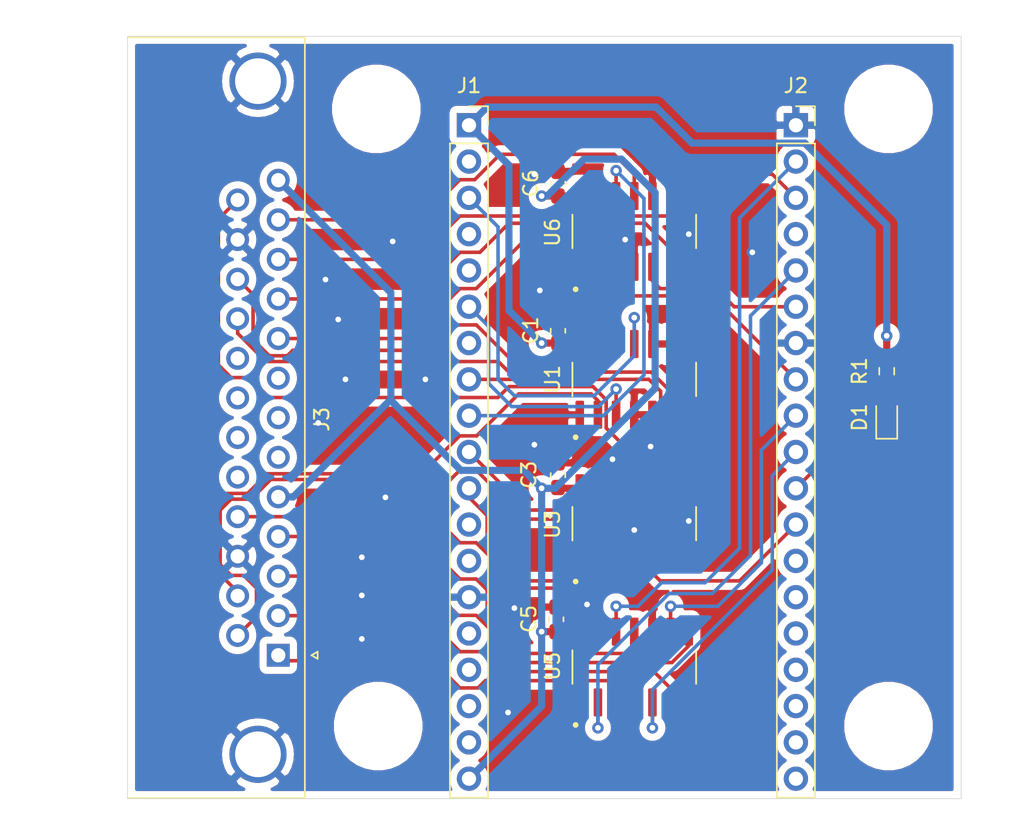
<source format=kicad_pcb>
(kicad_pcb (version 20211014) (generator pcbnew)
  (layers (0 "F.Cu" signal) (31 "B.Cu" signal) (34 "B.Paste" user) (35 "F.Paste" user) (36 "B.SilkS" user "B.Silkscreen") (37 "F.SilkS" user "F.Silkscreen") (38 "B.Mask" user) (39 "F.Mask" user) (44 "Edge.Cuts" user))
  (net 0 "")
  (net 1 "GND")
  (net 2 "+3V3")
  (net 3 "+5V")
  (net 4 "Net-(J1-Pad2)")
  (net 5 "IO36")
  (net 6 "Net-(J1-Pad4)")
  (net 7 "Net-(J1-Pad5)")
  (net 8 "IO35")
  (net 9 "IO33")
  (net 10 "IO25")
  (net 11 "IO26")
  (net 12 "IO27")
  (net 13 "Net-(J1-Pad12)")
  (net 14 "Net-(J1-Pad13)")
  (net 15 "Net-(J1-Pad15)")
  (net 16 "Net-(J1-Pad16)")
  (net 17 "Net-(J1-Pad17)")
  (net 18 "Net-(J1-Pad18)")
  (net 19 "Net-(J2-Pad19)")
  (net 20 "Net-(J2-Pad18)")
  (net 21 "Net-(J2-Pad17)")
  (net 22 "Net-(J2-Pad16)")
  (net 23 "Net-(J2-Pad15)")
  (net 24 "Net-(J2-Pad14)")
  (net 25 "Net-(J2-Pad13)")
  (net 26 "IO16")
  (net 27 "IO5")
  (net 28 "IO18")
  (net 29 "IO19")
  (net 30 "IO21")
  (net 31 "IO3")
  (net 32 "IO22")
  (net 33 "IO23")
  (net 34 "U1")
  (net 35 "D1")
  (net 36 "L1")
  (net 37 "R1")
  (net 38 "TL1")
  (net 39 "TH1")
  (net 40 "TR1")
  (net 41 "TR2")
  (net 42 "TH2")
  (net 43 "TL2")
  (net 44 "R2")
  (net 45 "L2")
  (net 46 "D2")
  (net 47 "U2")
  (net 48 "Net-(U1-Pad8)")
  (net 49 "Net-(U1-Pad6)")
  (net 50 "Net-(J1-Pad7)")
  (net 51 "Net-(J2-Pad4)")
  (net 52 "Net-(J3-Pad6)")
  (net 53 "Net-(J3-Pad7)")
  (net 54 "Net-(J3-Pad8)")
  (net 55 "Net-(J3-Pad18)")
  (net 56 "Net-(J3-Pad19)")
  (net 57 "Net-(J3-Pad20)")
  (net 58 "Net-(J3-Pad21)")
  (net 59 "IO17")
  (footprint "SN74AHCT125DR:SOIC127P600X175-14N" (layer "F.Cu") (at 157.607 81.28 90)
    (fp_text reference "U1" (at 0 -5.715 90) (layer "F.SilkS"))
    (fp_text value "SN74AHCT125DR")
    (fp_line (start -1.17 -4.325) (end 1.17 -4.325) (layer "F.SilkS") (width 0.127))
    (fp_line (start -1.17 4.325) (end 1.17 4.325) (layer "F.SilkS") (width 0.127))
    (fp_circle (center -4.05 -4.1) (end -3.95 -4.1) (layer "F.SilkS") (width 0.2) (fill none))
    (pad "1" smd roundrect locked (at -2.475 -3.81 90) (size 1.97 0.6) (layers "F.Cu" "F.Paste" "F.Mask") (roundrect_rratio 0.15) (net 1 "GND"))
    (pad "2" smd roundrect locked (at -2.475 -2.54 90) (size 1.97 0.6) (layers "F.Cu" "F.Paste" "F.Mask") (roundrect_rratio 0.15) (net 39 "TH1"))
    (pad "3" smd roundrect locked (at -2.475 -1.27 90) (size 1.97 0.6) (layers "F.Cu" "F.Paste" "F.Mask") (roundrect_rratio 0.15) (net 8 "IO35"))
    (pad "4" smd roundrect locked (at -2.475 0 90) (size 1.97 0.6) (layers "F.Cu" "F.Paste" "F.Mask") (roundrect_rratio 0.15) (net 1 "GND"))
    (pad "5" smd roundrect locked (at -2.475 1.27 90) (size 1.97 0.6) (layers "F.Cu" "F.Paste" "F.Mask") (roundrect_rratio 0.15) (net 1 "GND"))
    (pad "6" smd roundrect locked (at -2.475 2.54 90) (size 1.97 0.6) (layers "F.Cu" "F.Paste" "F.Mask") (roundrect_rratio 0.15) (net 49 "Net-(U1-Pad6)"))
    (pad "7" smd roundrect locked (at -2.475 3.81 90) (size 1.97 0.6) (layers "F.Cu" "F.Paste" "F.Mask") (roundrect_rratio 0.15) (net 1 "GND"))
    (pad "8" smd roundrect locked (at 2.475 3.81 90) (size 1.97 0.6) (layers "F.Cu" "F.Paste" "F.Mask") (roundrect_rratio 0.15) (net 48 "Net-(U1-Pad8)"))
    (pad "9" smd roundrect locked (at 2.475 2.54 90) (size 1.97 0.6) (layers "F.Cu" "F.Paste" "F.Mask") (roundrect_rratio 0.15) (net 1 "GND"))
    (pad "10" smd roundrect locked (at 2.475 1.27 90) (size 1.97 0.6) (layers "F.Cu" "F.Paste" "F.Mask") (roundrect_rratio 0.15) (net 1 "GND"))
    (pad "11" smd roundrect locked (at 2.475 0 90) (size 1.97 0.6) (layers "F.Cu" "F.Paste" "F.Mask") (roundrect_rratio 0.15) (net 5 "IO36"))
    (pad "12" smd roundrect locked (at 2.475 -1.27 90) (size 1.97 0.6) (layers "F.Cu" "F.Paste" "F.Mask") (roundrect_rratio 0.15) (net 42 "TH2"))
    (pad "13" smd roundrect locked (at 2.475 -2.54 90) (size 1.97 0.6) (layers "F.Cu" "F.Paste" "F.Mask") (roundrect_rratio 0.15) (net 1 "GND"))
    (pad "14" smd roundrect locked (at 2.475 -3.81 90) (size 1.97 0.6) (layers "F.Cu" "F.Paste" "F.Mask") (roundrect_rratio 0.15) (net 2 "+3V3"))
  )
  (footprint "SN74AHCT125DR:SOIC127P600X175-14N" (layer "F.Cu") (at 157.607 91.375 90)
    (fp_text reference "U3" (at -0.065 -5.715 90) (layer "F.SilkS"))
    (fp_text value "SN74AHCT125DR")
    (fp_line (start -1.17 -4.325) (end 1.17 -4.325) (layer "F.SilkS") (width 0.127))
    (fp_line (start -1.17 4.325) (end 1.17 4.325) (layer "F.SilkS") (width 0.127))
    (fp_circle (center -4.05 -4.1) (end -3.95 -4.1) (layer "F.SilkS") (width 0.2) (fill none))
    (pad "1" smd roundrect locked (at -2.475 -3.81 90) (size 1.97 0.6) (layers "F.Cu" "F.Paste" "F.Mask") (roundrect_rratio 0.15) (net 1 "GND"))
    (pad "2" smd roundrect locked (at -2.475 -2.54 90) (size 1.97 0.6) (layers "F.Cu" "F.Paste" "F.Mask") (roundrect_rratio 0.15) (net 12 "IO27"))
    (pad "3" smd roundrect locked (at -2.475 -1.27 90) (size 1.97 0.6) (layers "F.Cu" "F.Paste" "F.Mask") (roundrect_rratio 0.15) (net 40 "TR1"))
    (pad "4" smd roundrect locked (at -2.475 0 90) (size 1.97 0.6) (layers "F.Cu" "F.Paste" "F.Mask") (roundrect_rratio 0.15) (net 1 "GND"))
    (pad "5" smd roundrect locked (at -2.475 1.27 90) (size 1.97 0.6) (layers "F.Cu" "F.Paste" "F.Mask") (roundrect_rratio 0.15) (net 26 "IO16"))
    (pad "6" smd roundrect locked (at -2.475 2.54 90) (size 1.97 0.6) (layers "F.Cu" "F.Paste" "F.Mask") (roundrect_rratio 0.15) (net 41 "TR2"))
    (pad "7" smd roundrect locked (at -2.475 3.81 90) (size 1.97 0.6) (layers "F.Cu" "F.Paste" "F.Mask") (roundrect_rratio 0.15) (net 1 "GND"))
    (pad "8" smd roundrect locked (at 2.475 3.81 90) (size 1.97 0.6) (layers "F.Cu" "F.Paste" "F.Mask") (roundrect_rratio 0.15) (net 43 "TL2"))
    (pad "9" smd roundrect locked (at 2.475 2.54 90) (size 1.97 0.6) (layers "F.Cu" "F.Paste" "F.Mask") (roundrect_rratio 0.15) (net 9 "IO33"))
    (pad "10" smd roundrect locked (at 2.475 1.27 90) (size 1.97 0.6) (layers "F.Cu" "F.Paste" "F.Mask") (roundrect_rratio 0.15) (net 1 "GND"))
    (pad "11" smd roundrect locked (at 2.475 0 90) (size 1.97 0.6) (layers "F.Cu" "F.Paste" "F.Mask") (roundrect_rratio 0.15) (net 38 "TL1"))
    (pad "12" smd roundrect locked (at 2.475 -1.27 90) (size 1.97 0.6) (layers "F.Cu" "F.Paste" "F.Mask") (roundrect_rratio 0.15) (net 11 "IO26"))
    (pad "13" smd roundrect locked (at 2.475 -2.54 90) (size 1.97 0.6) (layers "F.Cu" "F.Paste" "F.Mask") (roundrect_rratio 0.15) (net 1 "GND"))
    (pad "14" smd roundrect locked (at 2.475 -3.81 90) (size 1.97 0.6) (layers "F.Cu" "F.Paste" "F.Mask") (roundrect_rratio 0.15) (net 3 "+5V"))
  )
  (footprint "SN74AHCT125DR:SOIC127P600X175-14N" (layer "F.Cu") (at 157.607 101.408 90)
    (fp_text reference "U5" (at 0.062 -5.715 90) (layer "F.SilkS"))
    (fp_text value "SN74AHCT125DR")
    (fp_line (start -1.17 4.325) (end 1.17 4.325) (layer "F.SilkS") (width 0.127))
    (fp_line (start -1.17 -4.325) (end 1.17 -4.325) (layer "F.SilkS") (width 0.127))
    (fp_circle (center -4.05 -4.1) (end -3.95 -4.1) (layer "F.SilkS") (width 0.2) (fill none))
    (pad "1" smd roundrect locked (at -2.475 -3.81 90) (size 1.97 0.6) (layers "F.Cu" "F.Paste" "F.Mask") (roundrect_rratio 0.15) (net 1 "GND"))
    (pad "2" smd roundrect locked (at -2.475 -2.54 90) (size 1.97 0.6) (layers "F.Cu" "F.Paste" "F.Mask") (roundrect_rratio 0.15) (net 31 "IO3"))
    (pad "3" smd roundrect locked (at -2.475 -1.27 90) (size 1.97 0.6) (layers "F.Cu" "F.Paste" "F.Mask") (roundrect_rratio 0.15) (net 34 "U1"))
    (pad "4" smd roundrect locked (at -2.475 0 90) (size 1.97 0.6) (layers "F.Cu" "F.Paste" "F.Mask") (roundrect_rratio 0.15) (net 1 "GND"))
    (pad "5" smd roundrect locked (at -2.475 1.27 90) (size 1.97 0.6) (layers "F.Cu" "F.Paste" "F.Mask") (roundrect_rratio 0.15) (net 27 "IO5"))
    (pad "6" smd roundrect locked (at -2.475 2.54 90) (size 1.97 0.6) (layers "F.Cu" "F.Paste" "F.Mask") (roundrect_rratio 0.15) (net 35 "D1"))
    (pad "7" smd roundrect locked (at -2.475 3.81 90) (size 1.97 0.6) (layers "F.Cu" "F.Paste" "F.Mask") (roundrect_rratio 0.15) (net 1 "GND"))
    (pad "8" smd roundrect locked (at 2.475 3.81 90) (size 1.97 0.6) (layers "F.Cu" "F.Paste" "F.Mask") (roundrect_rratio 0.15) (net 36 "L1"))
    (pad "9" smd roundrect locked (at 2.475 2.54 90) (size 1.97 0.6) (layers "F.Cu" "F.Paste" "F.Mask") (roundrect_rratio 0.15) (net 28 "IO18"))
    (pad "10" smd roundrect locked (at 2.475 1.27 90) (size 1.97 0.6) (layers "F.Cu" "F.Paste" "F.Mask") (roundrect_rratio 0.15) (net 1 "GND"))
    (pad "11" smd roundrect locked (at 2.475 0 90) (size 1.97 0.6) (layers "F.Cu" "F.Paste" "F.Mask") (roundrect_rratio 0.15) (net 37 "R1"))
    (pad "12" smd roundrect locked (at 2.475 -1.27 90) (size 1.97 0.6) (layers "F.Cu" "F.Paste" "F.Mask") (roundrect_rratio 0.15) (net 33 "IO23"))
    (pad "13" smd roundrect locked (at 2.475 -2.54 90) (size 1.97 0.6) (layers "F.Cu" "F.Paste" "F.Mask") (roundrect_rratio 0.15) (net 1 "GND"))
    (pad "14" smd roundrect locked (at 2.475 -3.81 90) (size 1.97 0.6) (layers "F.Cu" "F.Paste" "F.Mask") (roundrect_rratio 0.15) (net 3 "+5V"))
  )
  (footprint "SN74AHCT125DR:SOIC127P600X175-14N" (layer "F.Cu") (at 157.607 70.928 90)
    (fp_text reference "U6" (at -0.065 -5.715 90) (layer "F.SilkS"))
    (fp_text value "SN74AHCT125DR")
    (fp_line (start -1.17 4.325) (end 1.17 4.325) (layer "F.SilkS") (width 0.127))
    (fp_line (start -1.17 -4.325) (end 1.17 -4.325) (layer "F.SilkS") (width 0.127))
    (fp_circle (center -4.05 -4.1) (end -3.95 -4.1) (layer "F.SilkS") (width 0.2) (fill none))
    (pad "1" smd roundrect locked (at -2.475 -3.81 90) (size 1.97 0.6) (layers "F.Cu" "F.Paste" "F.Mask") (roundrect_rratio 0.15) (net 1 "GND"))
    (pad "2" smd roundrect locked (at -2.475 -2.54 90) (size 1.97 0.6) (layers "F.Cu" "F.Paste" "F.Mask") (roundrect_rratio 0.15) (net 29 "IO19"))
    (pad "3" smd roundrect locked (at -2.475 -1.27 90) (size 1.97 0.6) (layers "F.Cu" "F.Paste" "F.Mask") (roundrect_rratio 0.15) (net 47 "U2"))
    (pad "4" smd roundrect locked (at -2.475 0 90) (size 1.97 0.6) (layers "F.Cu" "F.Paste" "F.Mask") (roundrect_rratio 0.15) (net 1 "GND"))
    (pad "5" smd roundrect locked (at -2.475 1.27 90) (size 1.97 0.6) (layers "F.Cu" "F.Paste" "F.Mask") (roundrect_rratio 0.15) (net 30 "IO21"))
    (pad "6" smd roundrect locked (at -2.475 2.54 90) (size 1.97 0.6) (layers "F.Cu" "F.Paste" "F.Mask") (roundrect_rratio 0.15) (net 46 "D2"))
    (pad "7" smd roundrect locked (at -2.475 3.81 90) (size 1.97 0.6) (layers "F.Cu" "F.Paste" "F.Mask") (roundrect_rratio 0.15) (net 1 "GND"))
    (pad "8" smd roundrect locked (at 2.475 3.81 90) (size 1.97 0.6) (layers "F.Cu" "F.Paste" "F.Mask") (roundrect_rratio 0.15) (net 45 "L2"))
    (pad "9" smd roundrect locked (at 2.475 2.54 90) (size 1.97 0.6) (layers "F.Cu" "F.Paste" "F.Mask") (roundrect_rratio 0.15) (net 32 "IO22"))
    (pad "10" smd roundrect locked (at 2.475 1.27 90) (size 1.97 0.6) (layers "F.Cu" "F.Paste" "F.Mask") (roundrect_rratio 0.15) (net 1 "GND"))
    (pad "11" smd roundrect locked (at 2.475 0 90) (size 1.97 0.6) (layers "F.Cu" "F.Paste" "F.Mask") (roundrect_rratio 0.15) (net 44 "R2"))
    (pad "12" smd roundrect locked (at 2.475 -1.27 90) (size 1.97 0.6) (layers "F.Cu" "F.Paste" "F.Mask") (roundrect_rratio 0.15) (net 10 "IO25"))
    (pad "13" smd roundrect locked (at 2.475 -2.54 90) (size 1.97 0.6) (layers "F.Cu" "F.Paste" "F.Mask") (roundrect_rratio 0.15) (net 1 "GND"))
    (pad "14" smd roundrect locked (at 2.475 -3.81 90) (size 1.97 0.6) (layers "F.Cu" "F.Paste" "F.Mask") (roundrect_rratio 0.15) (net 3 "+5V"))
  )
  (footprint "Connector_Dsub:DSUB-25_Female_Horizontal_P2.77x2.84mm_EdgePinOffset7.70mm_Housed_MountingHolesOffset9.12mm" (layer "F.Cu") (at 132.715 100.584 -90)
    (fp_text reference "J3" (at -16.51 -3.048 90) (layer "F.SilkS"))
    (fp_text value "DB25_Female_MountingHoles")
    (fp_line (start -0.25 -2.754338) (end 0.25 -2.754338) (layer "F.SilkS") (width 0.12))
    (fp_line (start -43.23 10.48) (end -43.23 -1.86) (layer "F.SilkS") (width 0.12))
    (fp_line (start 9.99 -1.86) (end 9.99 10.48) (layer "F.SilkS") (width 0.12))
    (fp_line (start 0.25 -2.754338) (end 0 -2.321325) (layer "F.SilkS") (width 0.12))
    (fp_line (start 0 -2.321325) (end -0.25 -2.754338) (layer "F.SilkS") (width 0.12))
    (fp_line (start -43.23 -1.86) (end 9.99 -1.86) (layer "F.SilkS") (width 0.12))
    (pad "0" thru_hole circle locked (at 6.93 1.42 270) (size 4 4) (drill 3.2) (layers *.Cu *.Mask) (net 1 "GND"))
    (pad "0" thru_hole circle locked (at -40.17 1.42 270) (size 4 4) (drill 3.2) (layers *.Cu *.Mask) (net 1 "GND"))
    (pad "1" thru_hole rect locked (at 0 0 270) (size 1.6 1.6) (drill 1) (layers *.Cu *.Mask) (net 34 "U1"))
    (pad "2" thru_hole circle locked (at -2.77 0 270) (size 1.6 1.6) (drill 1) (layers *.Cu *.Mask) (net 35 "D1"))
    (pad "3" thru_hole circle locked (at -5.54 0 270) (size 1.6 1.6) (drill 1) (layers *.Cu *.Mask) (net 36 "L1"))
    (pad "4" thru_hole circle locked (at -8.31 0 270) (size 1.6 1.6) (drill 1) (layers *.Cu *.Mask) (net 37 "R1"))
    (pad "5" thru_hole circle locked (at -11.08 0 270) (size 1.6 1.6) (drill 1) (layers *.Cu *.Mask) (net 3 "+5V"))
    (pad "6" thru_hole circle locked (at -13.85 0 270) (size 1.6 1.6) (drill 1) (layers *.Cu *.Mask) (net 52 "Net-(J3-Pad6)"))
    (pad "7" thru_hole circle locked (at -16.62 0 270) (size 1.6 1.6) (drill 1) (layers *.Cu *.Mask) (net 53 "Net-(J3-Pad7)"))
    (pad "8" thru_hole circle locked (at -19.39 0 270) (size 1.6 1.6) (drill 1) (layers *.Cu *.Mask) (net 54 "Net-(J3-Pad8)"))
    (pad "9" thru_hole circle locked (at -22.16 0 270) (size 1.6 1.6) (drill 1) (layers *.Cu *.Mask) (net 47 "U2"))
    (pad "10" thru_hole circle locked (at -24.93 0 270) (size 1.6 1.6) (drill 1) (layers *.Cu *.Mask) (net 46 "D2"))
    (pad "11" thru_hole circle locked (at -27.7 0 270) (size 1.6 1.6) (drill 1) (layers *.Cu *.Mask) (net 45 "L2"))
    (pad "12" thru_hole circle locked (at -30.47 0 270) (size 1.6 1.6) (drill 1) (layers *.Cu *.Mask) (net 44 "R2"))
    (pad "13" thru_hole circle locked (at -33.24 0 270) (size 1.6 1.6) (drill 1) (layers *.Cu *.Mask) (net 3 "+5V"))
    (pad "14" thru_hole circle locked (at -1.385 2.84 270) (size 1.6 1.6) (drill 1) (layers *.Cu *.Mask) (net 38 "TL1"))
    (pad "15" thru_hole circle locked (at -4.155 2.84 270) (size 1.6 1.6) (drill 1) (layers *.Cu *.Mask) (net 39 "TH1"))
    (pad "16" thru_hole circle locked (at -6.925 2.84 270) (size 1.6 1.6) (drill 1) (layers *.Cu *.Mask) (net 1 "GND"))
    (pad "17" thru_hole circle locked (at -9.695 2.84 270) (size 1.6 1.6) (drill 1) (layers *.Cu *.Mask) (net 40 "TR1"))
    (pad "18" thru_hole circle locked (at -12.465 2.84 270) (size 1.6 1.6) (drill 1) (layers *.Cu *.Mask) (net 55 "Net-(J3-Pad18)"))
    (pad "19" thru_hole circle locked (at -15.235 2.84 270) (size 1.6 1.6) (drill 1) (layers *.Cu *.Mask) (net 56 "Net-(J3-Pad19)"))
    (pad "20" thru_hole circle locked (at -18.005 2.84 270) (size 1.6 1.6) (drill 1) (layers *.Cu *.Mask) (net 57 "Net-(J3-Pad20)"))
    (pad "21" thru_hole circle locked (at -20.775 2.84 270) (size 1.6 1.6) (drill 1) (layers *.Cu *.Mask) (net 58 "Net-(J3-Pad21)"))
    (pad "22" thru_hole circle locked (at -23.545 2.84 270) (size 1.6 1.6) (drill 1) (layers *.Cu *.Mask) (net 43 "TL2"))
    (pad "23" thru_hole circle locked (at -26.315 2.84 270) (size 1.6 1.6) (drill 1) (layers *.Cu *.Mask) (net 42 "TH2"))
    (pad "24" thru_hole circle locked (at -29.085 2.84 270) (size 1.6 1.6) (drill 1) (layers *.Cu *.Mask) (net 1 "GND"))
    (pad "25" thru_hole circle locked (at -31.855 2.84 270) (size 1.6 1.6) (drill 1) (layers *.Cu *.Mask) (net 41 "TR2"))
  )
  (footprint "Capacitor_SMD:C_0603_1608Metric_Pad1.08x0.95mm_HandSolder" (layer "F.Cu") (at 152.273 77.8775 -90)
    (fp_text reference "C1" (at -0.0265 1.905 90) (layer "F.SilkS"))
    (fp_text value ".1u")
    (fp_line (start -0.146267 -0.51) (end 0.146267 -0.51) (layer "F.SilkS") (width 0.12))
    (fp_line (start -0.146267 0.51) (end 0.146267 0.51) (layer "F.SilkS") (width 0.12))
    (pad "1" smd roundrect locked (at -0.8625 0 270) (size 1.075 0.95) (layers "F.Cu" "F.Paste" "F.Mask") (net 1 "GND"))
    (pad "2" smd roundrect locked (at 0.8625 0 270) (size 1.075 0.95) (layers "F.Cu" "F.Paste" "F.Mask") (net 2 "+3V3"))
  )
  (footprint "Capacitor_SMD:C_0603_1608Metric_Pad1.08x0.95mm_HandSolder" (layer "F.Cu") (at 152.273 87.9845 -90)
    (fp_text reference "C3" (at -0.0265 2.032 90) (layer "F.SilkS"))
    (fp_text value ".1u")
    (fp_line (start -0.146267 -0.51) (end 0.146267 -0.51) (layer "F.SilkS") (width 0.12))
    (fp_line (start -0.146267 0.51) (end 0.146267 0.51) (layer "F.SilkS") (width 0.12))
    (pad "1" smd roundrect locked (at -0.8625 0 270) (size 1.075 0.95) (layers "F.Cu" "F.Paste" "F.Mask") (net 1 "GND"))
    (pad "2" smd roundrect locked (at 0.8625 0 270) (size 1.075 0.95) (layers "F.Cu" "F.Paste" "F.Mask") (net 3 "+5V"))
  )
  (footprint "Capacitor_SMD:C_0603_1608Metric_Pad1.08x0.95mm_HandSolder" (layer "F.Cu") (at 152.146 98.0705 -90)
    (fp_text reference "C5" (at -0.0265 1.905 90) (layer "F.SilkS"))
    (fp_text value ".1u")
    (fp_line (start -0.146267 0.51) (end 0.146267 0.51) (layer "F.SilkS") (width 0.12))
    (fp_line (start -0.146267 -0.51) (end 0.146267 -0.51) (layer "F.SilkS") (width 0.12))
    (pad "1" smd roundrect locked (at -0.8625 0 270) (size 1.075 0.95) (layers "F.Cu" "F.Paste" "F.Mask") (net 1 "GND"))
    (pad "2" smd roundrect locked (at 0.8625 0 270) (size 1.075 0.95) (layers "F.Cu" "F.Paste" "F.Mask") (net 3 "+5V"))
  )
  (footprint "Capacitor_SMD:C_0603_1608Metric_Pad1.08x0.95mm_HandSolder" (layer "F.Cu") (at 152.273 67.5905 -90)
    (fp_text reference "C6" (at -0.0265 1.905 90) (layer "F.SilkS"))
    (fp_text value ".1u")
    (fp_line (start -0.146267 -0.51) (end 0.146267 -0.51) (layer "F.SilkS") (width 0.12))
    (fp_line (start -0.146267 0.51) (end 0.146267 0.51) (layer "F.SilkS") (width 0.12))
    (pad "1" smd roundrect locked (at -0.8625 0 270) (size 1.075 0.95) (layers "F.Cu" "F.Paste" "F.Mask") (net 1 "GND"))
    (pad "2" smd roundrect locked (at 0.8625 0 270) (size 1.075 0.95) (layers "F.Cu" "F.Paste" "F.Mask") (net 3 "+5V"))
  )
  (footprint "MountingHole:MountingHole_2.2mm_M2" (layer "F.Cu") (at 175.387 105.537)
    (fp_text reference "REF**" hide)
    (fp_text value "MountingHole_2.2mm_M2")
    (pad "" np_thru_hole circle locked (at 0 0) (size 2.2 2.2) (drill 2.2) (layers *.Cu *.Mask))
  )
  (footprint "MountingHole:MountingHole_2.2mm_M2" (layer "F.Cu") (at 139.7 105.537)
    (fp_text reference "REF**" hide)
    (fp_text value "MountingHole_2.2mm_M2")
    (pad "" np_thru_hole circle locked (at 0 0) (size 2.2 2.2) (drill 2.2) (layers *.Cu *.Mask))
  )
  (footprint "MountingHole:MountingHole_2.2mm_M2" (layer "F.Cu") (at 175.387 62.357)
    (fp_text reference "REF**" hide)
    (fp_text value "MountingHole_2.2mm_M2")
    (pad "" np_thru_hole circle locked (at 0 0) (size 2.2 2.2) (drill 2.2) (layers *.Cu *.Mask))
  )
  (footprint "Connector_PinSocket_2.54mm:PinSocket_1x19_P2.54mm_Vertical" (layer "F.Cu") (at 146.05 63.5)
    (fp_text reference "J1" (at 0 -2.77) (layer "F.SilkS"))
    (fp_text value "Conn_01x19_Female")
    (fp_line (start 1.33 1.27) (end 1.33 47.05) (layer "F.SilkS") (width 0.12))
    (fp_line (start -1.33 47.05) (end 1.33 47.05) (layer "F.SilkS") (width 0.12))
    (fp_line (start 0 -1.33) (end 1.33 -1.33) (layer "F.SilkS") (width 0.12))
    (fp_line (start -1.33 1.27) (end -1.33 47.05) (layer "F.SilkS") (width 0.12))
    (fp_line (start 1.33 -1.33) (end 1.33 0) (layer "F.SilkS") (width 0.12))
    (fp_line (start -1.33 1.27) (end 1.33 1.27) (layer "F.SilkS") (width 0.12))
    (pad "1" thru_hole rect locked (at 0 0) (size 1.7 1.7) (drill 1) (layers *.Cu *.Mask) (net 2 "+3V3"))
    (pad "2" thru_hole oval locked (at 0 2.54) (size 1.7 1.7) (drill 1) (layers *.Cu *.Mask) (net 4 "Net-(J1-Pad2)"))
    (pad "3" thru_hole oval locked (at 0 5.08) (size 1.7 1.7) (drill 1) (layers *.Cu *.Mask) (net 5 "IO36"))
    (pad "4" thru_hole oval locked (at 0 7.62) (size 1.7 1.7) (drill 1) (layers *.Cu *.Mask) (net 6 "Net-(J1-Pad4)"))
    (pad "5" thru_hole oval locked (at 0 10.16) (size 1.7 1.7) (drill 1) (layers *.Cu *.Mask) (net 7 "Net-(J1-Pad5)"))
    (pad "6" thru_hole oval locked (at 0 12.7) (size 1.7 1.7) (drill 1) (layers *.Cu *.Mask) (net 8 "IO35"))
    (pad "7" thru_hole oval locked (at 0 15.24) (size 1.7 1.7) (drill 1) (layers *.Cu *.Mask) (net 50 "Net-(J1-Pad7)"))
    (pad "8" thru_hole oval locked (at 0 17.78) (size 1.7 1.7) (drill 1) (layers *.Cu *.Mask) (net 9 "IO33"))
    (pad "9" thru_hole oval locked (at 0 20.32) (size 1.7 1.7) (drill 1) (layers *.Cu *.Mask) (net 10 "IO25"))
    (pad "10" thru_hole oval locked (at 0 22.86) (size 1.7 1.7) (drill 1) (layers *.Cu *.Mask) (net 11 "IO26"))
    (pad "11" thru_hole oval locked (at 0 25.4) (size 1.7 1.7) (drill 1) (layers *.Cu *.Mask) (net 12 "IO27"))
    (pad "12" thru_hole oval locked (at 0 27.94) (size 1.7 1.7) (drill 1) (layers *.Cu *.Mask) (net 13 "Net-(J1-Pad12)"))
    (pad "13" thru_hole oval locked (at 0 30.48) (size 1.7 1.7) (drill 1) (layers *.Cu *.Mask) (net 14 "Net-(J1-Pad13)"))
    (pad "14" thru_hole oval locked (at 0 33.02) (size 1.7 1.7) (drill 1) (layers *.Cu *.Mask) (net 1 "GND"))
    (pad "15" thru_hole oval locked (at 0 35.56) (size 1.7 1.7) (drill 1) (layers *.Cu *.Mask) (net 15 "Net-(J1-Pad15)"))
    (pad "16" thru_hole oval locked (at 0 38.1) (size 1.7 1.7) (drill 1) (layers *.Cu *.Mask) (net 16 "Net-(J1-Pad16)"))
    (pad "17" thru_hole oval locked (at 0 40.64) (size 1.7 1.7) (drill 1) (layers *.Cu *.Mask) (net 17 "Net-(J1-Pad17)"))
    (pad "18" thru_hole oval locked (at 0 43.18) (size 1.7 1.7) (drill 1) (layers *.Cu *.Mask) (net 18 "Net-(J1-Pad18)"))
    (pad "19" thru_hole oval locked (at 0 45.72) (size 1.7 1.7) (drill 1) (layers *.Cu *.Mask) (net 3 "+5V"))
  )
  (footprint "Connector_PinSocket_2.54mm:PinSocket_1x19_P2.54mm_Vertical" (layer "F.Cu") (at 168.91 63.5)
    (fp_text reference "J2" (at 0 -2.77) (layer "F.SilkS"))
    (fp_text value "Conn_01x19_Female")
    (fp_line (start -1.33 1.27) (end -1.33 47.05) (layer "F.SilkS") (width 0.12))
    (fp_line (start 1.33 -1.33) (end 1.33 0) (layer "F.SilkS") (width 0.12))
    (fp_line (start 0 -1.33) (end 1.33 -1.33) (layer "F.SilkS") (width 0.12))
    (fp_line (start 1.33 1.27) (end 1.33 47.05) (layer "F.SilkS") (width 0.12))
    (fp_line (start -1.33 47.05) (end 1.33 47.05) (layer "F.SilkS") (width 0.12))
    (fp_line (start -1.33 1.27) (end 1.33 1.27) (layer "F.SilkS") (width 0.12))
    (pad "1" thru_hole rect locked (at 0 0) (size 1.7 1.7) (drill 1) (layers *.Cu *.Mask) (net 1 "GND"))
    (pad "2" thru_hole oval locked (at 0 2.54) (size 1.7 1.7) (drill 1) (layers *.Cu *.Mask) (net 33 "IO23"))
    (pad "3" thru_hole oval locked (at 0 5.08) (size 1.7 1.7) (drill 1) (layers *.Cu *.Mask) (net 32 "IO22"))
    (pad "4" thru_hole oval locked (at 0 7.62) (size 1.7 1.7) (drill 1) (layers *.Cu *.Mask) (net 51 "Net-(J2-Pad4)"))
    (pad "5" thru_hole oval locked (at 0 10.16) (size 1.7 1.7) (drill 1) (layers *.Cu *.Mask) (net 31 "IO3"))
    (pad "6" thru_hole oval locked (at 0 12.7) (size 1.7 1.7) (drill 1) (layers *.Cu *.Mask) (net 30 "IO21"))
    (pad "7" thru_hole oval locked (at 0 15.24) (size 1.7 1.7) (drill 1) (layers *.Cu *.Mask) (net 1 "GND"))
    (pad "8" thru_hole oval locked (at 0 17.78) (size 1.7 1.7) (drill 1) (layers *.Cu *.Mask) (net 29 "IO19"))
    (pad "9" thru_hole oval locked (at 0 20.32) (size 1.7 1.7) (drill 1) (layers *.Cu *.Mask) (net 28 "IO18"))
    (pad "10" thru_hole oval locked (at 0 22.86) (size 1.7 1.7) (drill 1) (layers *.Cu *.Mask) (net 27 "IO5"))
    (pad "11" thru_hole oval locked (at 0 25.4) (size 1.7 1.7) (drill 1) (layers *.Cu *.Mask) (net 59 "IO17"))
    (pad "12" thru_hole oval locked (at 0 27.94) (size 1.7 1.7) (drill 1) (layers *.Cu *.Mask) (net 26 "IO16"))
    (pad "13" thru_hole oval locked (at 0 30.48) (size 1.7 1.7) (drill 1) (layers *.Cu *.Mask) (net 25 "Net-(J2-Pad13)"))
    (pad "14" thru_hole oval locked (at 0 33.02) (size 1.7 1.7) (drill 1) (layers *.Cu *.Mask) (net 24 "Net-(J2-Pad14)"))
    (pad "15" thru_hole oval locked (at 0 35.56) (size 1.7 1.7) (drill 1) (layers *.Cu *.Mask) (net 23 "Net-(J2-Pad15)"))
    (pad "16" thru_hole oval locked (at 0 38.1) (size 1.7 1.7) (drill 1) (layers *.Cu *.Mask) (net 22 "Net-(J2-Pad16)"))
    (pad "17" thru_hole oval locked (at 0 40.64) (size 1.7 1.7) (drill 1) (layers *.Cu *.Mask) (net 21 "Net-(J2-Pad17)"))
    (pad "18" thru_hole oval locked (at 0 43.18) (size 1.7 1.7) (drill 1) (layers *.Cu *.Mask) (net 20 "Net-(J2-Pad18)"))
    (pad "19" thru_hole oval locked (at 0 45.72) (size 1.7 1.7) (drill 1) (layers *.Cu *.Mask) (net 19 "Net-(J2-Pad19)"))
  )
  (footprint "LED_SMD:LED_0603_1608Metric" (layer "F.Cu") (at 175.26 83.947 90)
    (fp_text reference "D1" (at 0 -1.905 90) (layer "F.SilkS"))
    (fp_text value "LED")
    (fp_line (start -1.485 0.735) (end 0.8 0.735) (layer "F.SilkS") (width 0.12))
    (fp_line (start -1.485 -0.735) (end -1.485 0.735) (layer "F.SilkS") (width 0.12))
    (fp_line (start 0.8 -0.735) (end -1.485 -0.735) (layer "F.SilkS") (width 0.12))
    (pad "1" smd roundrect locked (at -0.7875 0 90) (size 0.875 0.95) (layers "F.Cu" "F.Paste" "F.Mask") (net 1 "GND"))
    (pad "2" smd roundrect locked (at 0.7875 0 90) (size 0.875 0.95) (layers "F.Cu" "F.Paste" "F.Mask") (net 59 "IO17"))
  )
  (footprint "Resistor_SMD:R_0603_1608Metric" (layer "F.Cu") (at 175.26 80.709 -90)
    (fp_text reference "R1" (at 0 1.905 90) (layer "F.SilkS"))
    (fp_text value "64.9")
    (fp_line (start -0.237258 0.5225) (end 0.237258 0.5225) (layer "F.SilkS") (width 0.12))
    (fp_line (start -0.237258 -0.5225) (end 0.237258 -0.5225) (layer "F.SilkS") (width 0.12))
    (pad "1" smd roundrect locked (at -0.825 0 270) (size 0.8 0.95) (layers "F.Cu" "F.Paste" "F.Mask") (net 2 "+3V3"))
    (pad "2" smd roundrect locked (at 0.825 0 270) (size 0.8 0.95) (layers "F.Cu" "F.Paste" "F.Mask") (net 59 "IO17"))
  )
  (footprint "MountingHole:MountingHole_2.2mm_M2" (layer "F.Cu") (at 139.573 62.357)
    (fp_text reference "REF**" hide)
    (fp_text value "MountingHole_2.2mm_M2")
    (pad "" np_thru_hole circle locked (at 0 0) (size 2.2 2.2) (drill 2.2) (layers *.Cu *.Mask))
  )
  (gr_line (start 180.467 110.617) (end 122.174 110.617) (layer "Edge.Cuts") (width 0.05))
  (gr_line (start 180.467 57.277) (end 180.467 110.617) (layer "Edge.Cuts") (width 0.05))
  (gr_line (start 122.174 110.617) (end 122.174 57.277) (layer "Edge.Cuts") (width 0.05))
  (gr_line (start 122.174 57.277) (end 180.467 57.277) (layer "Edge.Cuts") (width 0.05))
  (segment (start 158.877 86.614) (end 158.242 85.979) (width 0.25) (layer "F.Cu") (net 1))
  (segment (start 161.417 83.755) (end 161.417 84.74) (width 0.25) (layer "F.Cu") (net 1))
  (segment (start 158.877 83.755) (end 157.607 83.755) (width 0.25) (layer "F.Cu") (net 1))
  (segment (start 150.04 67.638) (end 149.733 67.945) (width 0.25) (layer "F.Cu") (net 1))
  (segment (start 155.067 68.453) (end 155.067 67.468) (width 0.25) (layer "F.Cu") (net 1))
  (segment (start 158.877 88.9) (end 158.877 86.614) (width 0.25) (layer "F.Cu") (net 1))
  (segment (start 160.147 78.805) (end 160.147 79.375) (width 0.25) (layer "F.Cu") (net 1))
  (segment (start 155.067 67.468) (end 154.401 66.802) (width 0.25) (layer "F.Cu") (net 1))
  (via (at 135.509 84.328) (size 0.8) (drill 0.4) (layers "F.Cu" "B.Cu") (net 1))
  (via (at 138.557 93.726) (size 0.8) (drill 0.4) (layers "F.Cu" "B.Cu") (net 1))
  (via (at 143.002 81.28) (size 0.8) (drill 0.4) (layers "F.Cu" "B.Cu") (net 1))
  (via (at 136.906 77.089) (size 0.8) (drill 0.4) (layers "F.Cu" "B.Cu") (net 1))
  (via (at 158.75 85.979) (size 0.8) (drill 0.4) (layers "F.Cu" "B.Cu") (net 1))
  (via (at 137.414 81.28) (size 0.8) (drill 0.4) (layers "F.Cu" "B.Cu") (net 1))
  (via (at 138.557 96.393) (size 0.8) (drill 0.4) (layers "F.Cu" "B.Cu") (net 1))
  (via (at 148.7805 104.5845) (size 0.8) (drill 0.4) (layers "F.Cu" "B.Cu") (net 1))
  (via (at 150.622 85.852) (size 0.8) (drill 0.4) (layers "F.Cu" "B.Cu") (net 1))
  (via (at 161.417 71.12) (size 0.8) (drill 0.4) (layers "F.Cu" "B.Cu") (net 1))
  (via (at 150.622 66.929) (size 0.8) (drill 0.4) (layers "F.Cu" "B.Cu") (net 1))
  (via (at 140.716 71.628) (size 0.8) (drill 0.4) (layers "F.Cu" "B.Cu") (net 1))
  (via (at 138.557 99.441) (size 0.8) (drill 0.4) (layers "F.Cu" "B.Cu") (net 1))
  (via (at 161.417 91.186) (size 0.8) (drill 0.4) (layers "F.Cu" "B.Cu") (net 1))
  (via (at 140.208 89.535) (size 0.8) (drill 0.4) (layers "F.Cu" "B.Cu") (net 1))
  (via (at 154.305 97.028) (size 0.8) (drill 0.4) (layers "F.Cu" "B.Cu") (net 1))
  (via (at 157.607 91.821) (size 0.8) (drill 0.4) (layers "F.Cu" "B.Cu") (net 1))
  (via (at 151.003 75.057) (size 0.8) (drill 0.4) (layers "F.Cu" "B.Cu") (net 1))
  (via (at 156.083 86.868) (size 0.8) (drill 0.4) (layers "F.Cu" "B.Cu") (net 1))
  (via (at 149.225 97.282) (size 0.8) (drill 0.4) (layers "F.Cu" "B.Cu") (net 1))
  (via (at 156.972 71.501) (size 0.8) (drill 0.4) (layers "F.Cu" "B.Cu") (net 1))
  (via (at 136.017 74.295) (size 0.8) (drill 0.4) (layers "F.Cu" "B.Cu") (net 1))
  (via (at 165.862 72.39) (size 0.8) (drill 0.4) (layers "F.Cu" "B.Cu") (net 1))
  (segment (start 152.5655 78.805) (end 152.527 78.7665) (width 0.5) (layer "F.Cu") (net 2))
  (segment (start 153.797 78.805) (end 152.338 78.805) (width 0.5) (layer "F.Cu") (net 2))
  (segment (start 152.338 78.805) (end 152.273 78.74) (width 0.5) (layer "F.Cu") (net 2))
  (segment (start 175.26 79.884) (end 175.26 78.232) (width 0.5) (layer "F.Cu") (net 2))
  (segment (start 152.273 78.74) (end 151.13 78.74) (width 0.5) (layer "F.Cu") (net 2))
  (via (at 175.26 78.232) (size 0.8) (drill 0.4) (layers "F.Cu" "B.Cu") (net 2))
  (via (at 151.13 78.74) (size 0.8) (drill 0.4) (layers "F.Cu" "B.Cu") (net 2))
  (segment (start 175.26 70.485) (end 169.527401 64.752401) (width 0.5) (layer "B.Cu") (net 2))
  (segment (start 148.844 66.294) (end 146.05 63.5) (width 0.5) (layer "B.Cu") (net 2))
  (segment (start 175.26 76.2) (end 175.26 78.232) (width 0.5) (layer "B.Cu") (net 2))
  (segment (start 148.844 76.454) (end 148.844 66.294) (width 0.5) (layer "B.Cu") (net 2))
  (segment (start 147.32 62.23) (end 146.05 63.5) (width 0.5) (layer "B.Cu") (net 2))
  (segment (start 151.13 78.74) (end 148.844 76.454) (width 0.5) (layer "B.Cu") (net 2))
  (segment (start 169.527401 64.752401) (end 161.653401 64.752401) (width 0.5) (layer "B.Cu") (net 2))
  (segment (start 175.26 76.2) (end 175.26 70.485) (width 0.5) (layer "B.Cu") (net 2))
  (segment (start 159.131 62.23) (end 147.32 62.23) (width 0.5) (layer "B.Cu") (net 2))
  (segment (start 161.653401 64.752401) (end 159.131 62.23) (width 0.5) (layer "B.Cu") (net 2))
  (segment (start 153.797 68.453) (end 152.273 68.453) (width 0.5) (layer "F.Cu") (net 3))
  (segment (start 153.797 98.933) (end 152.146 98.933) (width 0.5) (layer "F.Cu") (net 3))
  (segment (start 152.273 88.9) (end 151.13 88.9) (width 0.5) (layer "F.Cu") (net 3))
  (segment (start 152.146 98.933) (end 151.13 98.933) (width 0.5) (layer "F.Cu") (net 3))
  (segment (start 153.797 88.9) (end 152.273 88.9) (width 0.5) (layer "F.Cu") (net 3))
  (segment (start 152.273 68.453) (end 151.13 68.453) (width 0.5) (layer "F.Cu") (net 3))
  (via (at 151.13 88.9) (size 0.8) (drill 0.4) (layers "F.Cu" "B.Cu") (net 3))
  (via (at 151.13 68.453) (size 0.8) (drill 0.4) (layers "F.Cu" "B.Cu") (net 3))
  (via (at 151.13 98.933) (size 0.8) (drill 0.4) (layers "F.Cu" "B.Cu") (net 3))
  (segment (start 140.902401 83.065955) (end 140.551223 82.714777) (width 0.5) (layer "B.Cu") (net 3))
  (segment (start 140.551223 82.714777) (end 133.762 89.504) (width 0.5) (layer "B.Cu") (net 3))
  (segment (start 156.722153 65.872599) (end 154.091401 65.872599) (width 0.5) (layer "B.Cu") (net 3))
  (segment (start 159.0675 68.217946) (end 156.722153 65.872599) (width 0.5) (layer "B.Cu") (net 3))
  (segment (start 151.13 104.14) (end 146.05 109.22) (width 0.5) (layer "B.Cu") (net 3))
  (segment (start 159.0675 81.909185) (end 159.0675 68.217946) (width 0.5) (layer "B.Cu") (net 3))
  (segment (start 140.589 82.752554) (end 140.589 75.218) (width 0.5) (layer "B.Cu") (net 3))
  (segment (start 152.076685 88.9) (end 159.0675 81.909185) (width 0.5) (layer "B.Cu") (net 3))
  (segment (start 151.13 88.9) (end 151.13 104.14) (width 0.5) (layer "B.Cu") (net 3))
  (segment (start 149.877599 87.647599) (end 145.484045 87.647599) (width 0.5) (layer "B.Cu") (net 3))
  (segment (start 140.902401 83.065955) (end 140.589 82.752554) (width 0.5) (layer "B.Cu") (net 3))
  (segment (start 151.13 88.9) (end 149.877599 87.647599) (width 0.5) (layer "B.Cu") (net 3))
  (segment (start 135.231 69.86) (end 132.715 67.344) (width 0.5) (layer "B.Cu") (net 3))
  (segment (start 140.589 75.218) (end 135.231 69.86) (width 0.5) (layer "B.Cu") (net 3))
  (segment (start 154.091401 65.872599) (end 151.511 68.453) (width 0.5) (layer "B.Cu") (net 3))
  (segment (start 145.484045 87.647599) (end 140.902401 83.065955) (width 0.5) (layer "B.Cu") (net 3))
  (segment (start 133.762 89.504) (end 132.715 89.504) (width 0.5) (layer "B.Cu") (net 3))
  (segment (start 151.511 88.9) (end 152.076685 88.9) (width 0.5) (layer "B.Cu") (net 3))
  (segment (start 151.511 88.9) (end 151.13 88.9) (width 0.5) (layer "B.Cu") (net 3))
  (segment (start 157.607 78.805) (end 157.607 76.962) (width 0.25) (layer "F.Cu") (net 5))
  (via (at 157.607 76.962) (size 0.8) (drill 0.4) (layers "F.Cu" "B.Cu") (net 5))
  (segment (start 154.813 82.423) (end 149.225 82.423) (width 0.25) (layer "B.Cu") (net 5))
  (segment (start 157.607 76.962) (end 157.607 79.629) (width 0.25) (layer "B.Cu") (net 5))
  (segment (start 149.225 82.423) (end 148.082 81.28) (width 0.25) (layer "B.Cu") (net 5))
  (segment (start 148.082 70.612) (end 146.05 68.58) (width 0.25) (layer "B.Cu") (net 5))
  (segment (start 148.082 81.28) (end 148.082 70.612) (width 0.25) (layer "B.Cu") (net 5))
  (segment (start 157.607 79.629) (end 154.813 82.423) (width 0.25) (layer "B.Cu") (net 5))
  (segment (start 156.337 83.755) (end 156.337 81.95741) (width 0.25) (layer "F.Cu") (net 8))
  (via (at 156.337 81.95741) (size 0.8) (drill 0.4) (layers "F.Cu" "B.Cu") (net 8))
  (segment (start 147.425589 77.575589) (end 147.425589 81.573684) (width 0.25) (layer "B.Cu") (net 8))
  (segment (start 149.036905 83.185) (end 155.10941 83.185) (width 0.25) (layer "B.Cu") (net 8))
  (segment (start 155.10941 83.185) (end 156.337 81.95741) (width 0.25) (layer "B.Cu") (net 8))
  (segment (start 146.05 76.2) (end 147.425589 77.575589) (width 0.25) (layer "B.Cu") (net 8))
  (segment (start 147.425589 81.573684) (end 149.036905 83.185) (width 0.25) (layer "B.Cu") (net 8))
  (segment (start 160.147 88.9) (end 160.147 85.471) (width 0.25) (layer "F.Cu") (net 9))
  (segment (start 158.623 81.28) (end 153.6065 81.28) (width 0.25) (layer "F.Cu") (net 9))
  (segment (start 160.147 85.471) (end 159.45441 84.77841) (width 0.25) (layer "F.Cu") (net 9))
  (segment (start 159.45441 82.11141) (end 158.623 81.28) (width 0.25) (layer "F.Cu") (net 9))
  (segment (start 159.45441 84.77841) (end 159.45441 82.11141) (width 0.25) (layer "F.Cu") (net 9))
  (segment (start 153.6065 81.28) (end 146.05 81.28) (width 0.25) (layer "F.Cu") (net 9))
  (segment (start 156.337 68.453) (end 156.337 66.675) (width 0.25) (layer "F.Cu") (net 10))
  (via (at 156.337 66.675) (size 0.8) (drill 0.4) (layers "F.Cu" "B.Cu") (net 10))
  (segment (start 155.2575 83.82) (end 146.05 83.82) (width 0.25) (layer "B.Cu") (net 10))
  (segment (start 155.448 83.82) (end 155.2575 83.82) (width 0.25) (layer "B.Cu") (net 10))
  (segment (start 156.337 66.675) (end 158.284401 68.622401) (width 0.25) (layer "B.Cu") (net 10))
  (segment (start 155.434554 83.82) (end 155.2575 83.82) (width 0.25) (layer "B.Cu") (net 10))
  (segment (start 158.284401 80.983599) (end 155.448 83.82) (width 0.25) (layer "B.Cu") (net 10))
  (segment (start 158.284401 68.622401) (end 158.284401 80.983599) (width 0.25) (layer "B.Cu") (net 10))
  (segment (start 155.448 90.424) (end 150.114 90.424) (width 0.25) (layer "F.Cu") (net 11))
  (segment (start 155.448 90.424) (end 156.337 89.535) (width 0.25) (layer "F.Cu") (net 11))
  (segment (start 156.337 89.535) (end 156.337 88.9) (width 0.25) (layer "F.Cu") (net 11))
  (segment (start 150.114 90.424) (end 146.05 86.36) (width 0.25) (layer "F.Cu") (net 11))
  (segment (start 155.067 93.85) (end 155.067 94.835) (width 0.25) (layer "F.Cu") (net 12))
  (segment (start 147.32 90.805) (end 146.05 89.535) (width 0.25) (layer "F.Cu") (net 12))
  (segment (start 149.987 95.377) (end 147.32 92.71) (width 0.25) (layer "F.Cu") (net 12))
  (segment (start 154.525 95.377) (end 149.987 95.377) (width 0.25) (layer "F.Cu") (net 12))
  (segment (start 146.05 89.535) (end 146.05 88.9) (width 0.25) (layer "F.Cu") (net 12))
  (segment (start 147.32 92.71) (end 147.32 90.805) (width 0.25) (layer "F.Cu") (net 12))
  (segment (start 155.067 94.835) (end 154.525 95.377) (width 0.25) (layer "F.Cu") (net 12))
  (segment (start 158.877 93.85) (end 158.877 94.835) (width 0.25) (layer "F.Cu") (net 26))
  (segment (start 158.877 94.835) (end 159.419 95.377) (width 0.25) (layer "F.Cu") (net 26))
  (segment (start 159.419 95.377) (end 164.973 95.377) (width 0.25) (layer "F.Cu") (net 26))
  (segment (start 164.973 95.377) (end 168.91 91.44) (width 0.25) (layer "F.Cu") (net 26))
  (segment (start 158.877 105.664) (end 158.877 103.883) (width 0.25) (layer "F.Cu") (net 27))
  (via (at 158.877 105.664) (size 0.8) (drill 0.4) (layers "F.Cu" "B.Cu") (net 27))
  (segment (start 167.259 94.615) (end 167.259 88.011) (width 0.25) (layer "B.Cu") (net 27))
  (segment (start 167.259 88.011) (end 168.91 86.36) (width 0.25) (layer "B.Cu") (net 27))
  (segment (start 158.877 102.997) (end 167.259 94.615) (width 0.25) (layer "B.Cu") (net 27))
  (segment (start 158.877 105.664) (end 158.877 102.997) (width 0.25) (layer "B.Cu") (net 27))
  (segment (start 160.147 98.933) (end 160.147 97.155) (width 0.25) (layer "F.Cu") (net 28))
  (via (at 160.147 97.155) (size 0.8) (drill 0.4) (layers "F.Cu" "B.Cu") (net 28))
  (segment (start 160.147 97.155) (end 163.449 97.155) (width 0.25) (layer "B.Cu") (net 28))
  (segment (start 163.449 97.155) (end 166.497 94.107) (width 0.25) (layer "B.Cu") (net 28))
  (segment (start 166.497 94.107) (end 166.497 86.233) (width 0.25) (layer "B.Cu") (net 28))
  (segment (start 166.497 86.233) (end 168.91 83.82) (width 0.25) (layer "B.Cu") (net 28))
  (segment (start 155.067 73.403) (end 155.067 74.388) (width 0.25) (layer "F.Cu") (net 29))
  (segment (start 167.64 80.01) (end 168.91 81.28) (width 0.25) (layer "F.Cu") (net 29))
  (segment (start 156.117 75.438) (end 163.068 75.438) (width 0.25) (layer "F.Cu") (net 29))
  (segment (start 163.068 75.438) (end 167.64 80.01) (width 0.25) (layer "F.Cu") (net 29))
  (segment (start 155.067 74.388) (end 156.117 75.438) (width 0.25) (layer "F.Cu") (net 29))
  (segment (start 158.877 74.388) (end 159.419 74.93) (width 0.25) (layer "F.Cu") (net 30))
  (segment (start 164.592 76.2) (end 168.91 76.2) (width 0.25) (layer "F.Cu") (net 30))
  (segment (start 158.877 73.403) (end 158.877 74.388) (width 0.25) (layer "F.Cu") (net 30))
  (segment (start 159.419 74.93) (end 163.322 74.93) (width 0.25) (layer "F.Cu") (net 30))
  (segment (start 163.322 74.93) (end 164.592 76.2) (width 0.25) (layer "F.Cu") (net 30))
  (segment (start 155.067 105.664) (end 155.067 103.883) (width 0.25) (layer "F.Cu") (net 31))
  (via (at 155.067 105.664) (size 0.8) (drill 0.4) (layers "F.Cu" "B.Cu") (net 31))
  (segment (start 155.067 105.664) (end 155.067 101.232446) (width 0.25) (layer "B.Cu") (net 31))
  (segment (start 160.033446 96.266) (end 163.068 96.266) (width 0.25) (layer "B.Cu") (net 31))
  (segment (start 155.067 101.232446) (end 160.033446 96.266) (width 0.25) (layer "B.Cu") (net 31))
  (segment (start 165.735 76.835) (end 168.91 73.66) (width 0.25) (layer "B.Cu") (net 31))
  (segment (start 165.735 93.599) (end 165.735 76.835) (width 0.25) (layer "B.Cu") (net 31))
  (segment (start 163.068 96.266) (end 165.735 93.599) (width 0.25) (layer "B.Cu") (net 31))
  (segment (start 160.686 66.929) (end 167.259 66.929) (width 0.25) (layer "F.Cu") (net 32))
  (segment (start 160.147 68.453) (end 160.147 67.468) (width 0.25) (layer "F.Cu") (net 32))
  (segment (start 160.147 67.468) (end 160.686 66.929) (width 0.25) (layer "F.Cu") (net 32))
  (segment (start 167.259 66.929) (end 168.91 68.58) (width 0.25) (layer "F.Cu") (net 32))
  (segment (start 156.337 98.933) (end 156.337 97.155) (width 0.25) (layer "F.Cu") (net 33))
  (via (at 156.337 97.155) (size 0.8) (drill 0.4) (layers "F.Cu" "B.Cu") (net 33))
  (segment (start 164.973 93.091) (end 164.973 69.977) (width 0.25) (layer "B.Cu") (net 33))
  (segment (start 157.861 97.155) (end 159.512 95.504) (width 0.25) (layer "B.Cu") (net 33))
  (segment (start 159.512 95.504) (end 162.56 95.504) (width 0.25) (layer "B.Cu") (net 33))
  (segment (start 162.56 95.504) (end 164.973 93.091) (width 0.25) (layer "B.Cu") (net 33))
  (segment (start 156.337 97.155) (end 157.861 97.155) (width 0.25) (layer "B.Cu") (net 33))
  (segment (start 164.973 69.977) (end 168.91 66.04) (width 0.25) (layer "B.Cu") (net 33))
  (segment (start 146.685 102.87) (end 145.415 102.87) (width 0.25) (layer "F.Cu") (net 34))
  (segment (start 147.193 102.362) (end 146.685 102.87) (width 0.25) (layer "F.Cu") (net 34))
  (segment (start 133.096 100.965) (end 132.715 100.584) (width 0.25) (layer "F.Cu") (net 34))
  (segment (start 156.337 102.898) (end 155.801 102.362) (width 0.25) (layer "F.Cu") (net 34))
  (segment (start 145.415 102.87) (end 143.51 100.965) (width 0.25) (layer "F.Cu") (net 34))
  (segment (start 155.801 102.362) (end 147.193 102.362) (width 0.25) (layer "F.Cu") (net 34))
  (segment (start 143.51 100.965) (end 133.096 100.965) (width 0.25) (layer "F.Cu") (net 34))
  (segment (start 156.337 103.883) (end 156.337 102.898) (width 0.25) (layer "F.Cu") (net 34))
  (segment (start 160.147 103.883) (end 160.147 102.898) (width 0.25) (layer "F.Cu") (net 35))
  (segment (start 149.606 101.727) (end 148.209 100.33) (width 0.25) (layer "F.Cu") (net 35))
  (segment (start 160.147 102.898) (end 158.976 101.727) (width 0.25) (layer "F.Cu") (net 35))
  (segment (start 142.899 97.814) (end 132.715 97.814) (width 0.25) (layer "F.Cu") (net 35))
  (segment (start 158.976 101.727) (end 149.606 101.727) (width 0.25) (layer "F.Cu") (net 35))
  (segment (start 148.209 100.33) (end 145.415 100.33) (width 0.25) (layer "F.Cu") (net 35))
  (segment (start 145.415 100.33) (end 142.899 97.814) (width 0.25) (layer "F.Cu") (net 35))
  (segment (start 145.288 97.79) (end 142.542 95.044) (width 0.25) (layer "F.Cu") (net 36))
  (segment (start 160.243 101.092) (end 149.86 101.092) (width 0.25) (layer "F.Cu") (net 36))
  (segment (start 146.558 97.79) (end 145.288 97.79) (width 0.25) (layer "F.Cu") (net 36))
  (segment (start 149.86 101.092) (end 146.558 97.79) (width 0.25) (layer "F.Cu") (net 36))
  (segment (start 161.417 99.918) (end 160.243 101.092) (width 0.25) (layer "F.Cu") (net 36))
  (segment (start 161.417 98.933) (end 161.417 99.918) (width 0.25) (layer "F.Cu") (net 36))
  (segment (start 142.542 95.044) (end 132.715 95.044) (width 0.25) (layer "F.Cu") (net 36))
  (segment (start 157.068 100.457) (end 150.114 100.457) (width 0.25) (layer "F.Cu") (net 37))
  (segment (start 150.114 100.457) (end 147.32 97.663) (width 0.25) (layer "F.Cu") (net 37))
  (segment (start 147.32 96.012) (end 146.558 95.25) (width 0.25) (layer "F.Cu") (net 37))
  (segment (start 142.439 92.274) (end 132.715 92.274) (width 0.25) (layer "F.Cu") (net 37))
  (segment (start 157.607 99.918) (end 157.068 100.457) (width 0.25) (layer "F.Cu") (net 37))
  (segment (start 147.32 97.663) (end 147.32 96.012) (width 0.25) (layer "F.Cu") (net 37))
  (segment (start 146.558 95.25) (end 145.415 95.25) (width 0.25) (layer "F.Cu") (net 37))
  (segment (start 157.607 98.933) (end 157.607 99.918) (width 0.25) (layer "F.Cu") (net 37))
  (segment (start 145.415 95.25) (end 142.439 92.274) (width 0.25) (layer "F.Cu") (net 37))
  (segment (start 157.607 89.885) (end 157.607 88.9) (width 0.25) (layer "F.Cu") (net 38))
  (segment (start 144.758589 88.286411) (end 145.415 87.63) (width 0.25) (layer "F.Cu") (net 38))
  (segment (start 132.185589 88.286411) (end 144.758589 88.286411) (width 0.25) (layer "F.Cu") (net 38))
  (segment (start 129.413 94.996) (end 128.651 94.234) (width 0.25) (layer "F.Cu") (net 38))
  (segment (start 149.987 91.059) (end 156.433 91.059) (width 0.25) (layer "F.Cu") (net 38))
  (segment (start 131.191 95.885) (end 130.302 94.996) (width 0.25) (layer "F.Cu") (net 38))
  (segment (start 130.302 94.996) (end 129.413 94.996) (width 0.25) (layer "F.Cu") (net 38))
  (segment (start 129.875 99.199) (end 131.191 97.883) (width 0.25) (layer "F.Cu") (net 38))
  (segment (start 145.415 87.63) (end 146.558 87.63) (width 0.25) (layer "F.Cu") (net 38))
  (segment (start 131.191 97.883) (end 131.191 95.885) (width 0.25) (layer "F.Cu") (net 38))
  (segment (start 128.651 90.424) (end 129.413 89.662) (width 0.25) (layer "F.Cu") (net 38))
  (segment (start 156.433 91.059) (end 157.607 89.885) (width 0.25) (layer "F.Cu") (net 38))
  (segment (start 146.558 87.63) (end 149.987 91.059) (width 0.25) (layer "F.Cu") (net 38))
  (segment (start 130.81 89.662) (end 132.185589 88.286411) (width 0.25) (layer "F.Cu") (net 38))
  (segment (start 128.651 94.234) (end 128.651 90.424) (width 0.25) (layer "F.Cu") (net 38))
  (segment (start 129.413 89.662) (end 130.81 89.662) (width 0.25) (layer "F.Cu") (net 38))
  (segment (start 131.953 87.884) (end 130.577411 89.259589) (width 0.25) (layer "F.Cu") (net 39))
  (segment (start 155.067 83.755) (end 155.067 82.77) (width 0.25) (layer "F.Cu") (net 39))
  (segment (start 155.067 82.77) (end 154.593 82.296) (width 0.25) (layer "F.Cu") (net 39))
  (segment (start 142.748 87.884) (end 131.953 87.884) (width 0.25) (layer "F.Cu") (net 39))
  (segment (start 154.593 82.296) (end 149.527752 82.296) (width 0.25) (layer "F.Cu") (net 39))
  (segment (start 129.875 96.1565) (end 129.875 96.429) (width 0.25) (layer "F.Cu") (net 39))
  (segment (start 129.053411 89.259589) (end 128.143 90.17) (width 0.25) (layer "F.Cu") (net 39))
  (segment (start 146.591153 85.232599) (end 145.399401 85.232599) (width 0.25) (layer "F.Cu") (net 39))
  (segment (start 149.527752 82.296) (end 146.591153 85.232599) (width 0.25) (layer "F.Cu") (net 39))
  (segment (start 128.143 94.4245) (end 129.875 96.1565) (width 0.25) (layer "F.Cu") (net 39))
  (segment (start 130.577411 89.259589) (end 129.053411 89.259589) (width 0.25) (layer "F.Cu") (net 39))
  (segment (start 145.399401 85.232599) (end 142.748 87.884) (width 0.25) (layer "F.Cu") (net 39))
  (segment (start 128.143 90.17) (end 128.143 94.4245) (width 0.25) (layer "F.Cu") (net 39))
  (segment (start 156.337 94.835) (end 155.287 95.885) (width 0.25) (layer "F.Cu") (net 40))
  (segment (start 155.287 95.885) (end 149.733 95.885) (width 0.25) (layer "F.Cu") (net 40))
  (segment (start 145.415 92.71) (end 143.594 90.889) (width 0.25) (layer "F.Cu") (net 40))
  (segment (start 139.543446 90.889) (end 129.875 90.889) (width 0.25) (layer "F.Cu") (net 40))
  (segment (start 146.558 92.71) (end 145.415 92.71) (width 0.25) (layer "F.Cu") (net 40))
  (segment (start 149.733 95.885) (end 146.558 92.71) (width 0.25) (layer "F.Cu") (net 40))
  (segment (start 156.337 93.85) (end 156.337 94.835) (width 0.25) (layer "F.Cu") (net 40))
  (segment (start 143.594 90.889) (end 139.543446 90.889) (width 0.25) (layer "F.Cu") (net 40))
  (segment (start 132.08 82.55) (end 130.683 81.153) (width 0.25) (layer "F.Cu") (net 41))
  (segment (start 155.64441 82.707812) (end 154.724598 81.788) (width 0.25) (layer "F.Cu") (net 41))
  (segment (start 158.18441 87.227008) (end 155.64441 84.687008) (width 0.25) (layer "F.Cu") (net 41))
  (segment (start 128.524 70.08) (end 129.875 68.729) (width 0.25) (layer "F.Cu") (net 41))
  (segment (start 130.683 81.153) (end 129.413 81.153) (width 0.25) (layer "F.Cu") (net 41))
  (segment (start 155.64441 84.687008) (end 155.64441 82.707812) (width 0.25) (layer "F.Cu") (net 41))
  (segment (start 148.844 81.788) (end 148.082 82.55) (width 0.25) (layer "F.Cu") (net 41))
  (segment (start 129.413 81.153) (end 128.524 80.264) (width 0.25) (layer "F.Cu") (net 41))
  (segment (start 154.724598 81.788) (end 148.844 81.788) (width 0.25) (layer "F.Cu") (net 41))
  (segment (start 128.524 80.264) (end 128.524 70.08) (width 0.25) (layer "F.Cu") (net 41))
  (segment (start 160.147 93.85) (end 160.147 91.821) (width 0.25) (layer "F.Cu") (net 41))
  (segment (start 148.082 82.55) (end 132.08 82.55) (width 0.25) (layer "F.Cu") (net 41))
  (segment (start 160.147 91.821) (end 158.18441 89.85841) (width 0.25) (layer "F.Cu") (net 41))
  (segment (start 158.18441 89.85841) (end 158.18441 87.227008) (width 0.25) (layer "F.Cu") (net 41))
  (segment (start 132.08 79.629) (end 130.952401 78.501401) (width 0.25) (layer "F.Cu") (net 42))
  (segment (start 156.337 78.805) (end 156.337 79.79) (width 0.25) (layer "F.Cu") (net 42))
  (segment (start 155.863 80.264) (end 149.360777 80.264) (width 0.25) (layer "F.Cu") (net 42))
  (segment (start 133.731 79.248) (end 133.35 79.629) (width 0.25) (layer "F.Cu") (net 42))
  (segment (start 142.875 79.248) (end 133.731 79.248) (width 0.25) (layer "F.Cu") (net 42))
  (segment (start 130.952401 78.501401) (end 130.952401 75.346401) (width 0.25) (layer "F.Cu") (net 42))
  (segment (start 156.337 79.79) (end 155.863 80.264) (width 0.25) (layer "F.Cu") (net 42))
  (segment (start 146.566777 77.47) (end 144.653 77.47) (width 0.25) (layer "F.Cu") (net 42))
  (segment (start 149.360777 80.264) (end 146.566777 77.47) (width 0.25) (layer "F.Cu") (net 42))
  (segment (start 144.653 77.47) (end 142.875 79.248) (width 0.25) (layer "F.Cu") (net 42))
  (segment (start 133.35 79.629) (end 132.08 79.629) (width 0.25) (layer "F.Cu") (net 42))
  (segment (start 130.952401 75.346401) (end 129.875 74.269) (width 0.25) (layer "F.Cu") (net 42))
  (segment (start 148.103411 80.031411) (end 131.847411 80.031411) (width 0.25) (layer "F.Cu") (net 43))
  (segment (start 161.417 88.9) (end 161.417 85.598) (width 0.25) (layer "F.Cu") (net 43))
  (segment (start 148.844 80.772) (end 148.103411 80.031411) (width 0.25) (layer "F.Cu") (net 43))
  (segment (start 158.788598 80.772) (end 148.844 80.772) (width 0.25) (layer "F.Cu") (net 43))
  (segment (start 129.875 78.059) (end 129.875 77.039) (width 0.25) (layer "F.Cu") (net 43))
  (segment (start 160.782 84.963) (end 160.782 82.765402) (width 0.25) (layer "F.Cu") (net 43))
  (segment (start 131.847411 80.031411) (end 129.875 78.059) (width 0.25) (layer "F.Cu") (net 43))
  (segment (start 160.782 82.765402) (end 158.788598 80.772) (width 0.25) (layer "F.Cu") (net 43))
  (segment (start 161.417 85.598) (end 160.782 84.963) (width 0.25) (layer "F.Cu") (net 43))
  (segment (start 148.226554 65.532) (end 146.448554 67.31) (width 0.25) (layer "F.Cu") (net 44))
  (segment (start 156.196554 65.532) (end 148.226554 65.532) (width 0.25) (layer "F.Cu") (net 44))
  (segment (start 145.415 67.31) (end 142.611 70.114) (width 0.25) (layer "F.Cu") (net 44))
  (segment (start 142.611 70.114) (end 132.715 70.114) (width 0.25) (layer "F.Cu") (net 44))
  (segment (start 146.448554 67.31) (end 145.415 67.31) (width 0.25) (layer "F.Cu") (net 44))
  (segment (start 157.607 66.942446) (end 156.196554 65.532) (width 0.25) (layer "F.Cu") (net 44))
  (segment (start 157.607 68.453) (end 157.607 66.942446) (width 0.25) (layer "F.Cu") (net 44))
  (segment (start 161.417 69.438) (end 161.005 69.85) (width 0.25) (layer "F.Cu") (net 45))
  (segment (start 161.417 68.453) (end 161.417 69.438) (width 0.25) (layer "F.Cu") (net 45))
  (segment (start 145.415 69.85) (end 142.381 72.884) (width 0.25) (layer "F.Cu") (net 45))
  (segment (start 142.381 72.884) (end 132.715 72.884) (width 0.25) (layer "F.Cu") (net 45))
  (segment (start 161.005 69.85) (end 145.415 69.85) (width 0.25) (layer "F.Cu") (net 45))
  (segment (start 145.415 72.39) (end 142.151 75.654) (width 0.25) (layer "F.Cu") (net 46))
  (segment (start 160.147 73.403) (end 160.147 72.136) (width 0.25) (layer "F.Cu") (net 46))
  (segment (start 160.147 72.136) (end 158.369 70.358) (width 0.25) (layer "F.Cu") (net 46))
  (segment (start 146.812 72.39) (end 145.415 72.39) (width 0.25) (layer "F.Cu") (net 46))
  (segment (start 148.844 70.358) (end 146.812 72.39) (width 0.25) (layer "F.Cu") (net 46))
  (segment (start 158.369 70.358) (end 148.844 70.358) (width 0.25) (layer "F.Cu") (net 46))
  (segment (start 142.151 75.654) (end 132.715 75.654) (width 0.25) (layer "F.Cu") (net 46))
  (segment (start 156.337 72.418) (end 154.912 70.993) (width 0.25) (layer "F.Cu") (net 47))
  (segment (start 154.912 70.993) (end 150.495 70.993) (width 0.25) (layer "F.Cu") (net 47))
  (segment (start 145.415 74.93) (end 141.921 78.424) (width 0.25) (layer "F.Cu") (net 47))
  (segment (start 141.921 78.424) (end 132.715 78.424) (width 0.25) (layer "F.Cu") (net 47))
  (segment (start 150.495 70.993) (end 146.558 74.93) (width 0.25) (layer "F.Cu") (net 47))
  (segment (start 146.558 74.93) (end 145.415 74.93) (width 0.25) (layer "F.Cu") (net 47))
  (segment (start 156.337 73.403) (end 156.337 72.418) (width 0.25) (layer "F.Cu") (net 47))
  (segment (start 174.6505 83.1595) (end 175.26 83.1595) (width 0.25) (layer "F.Cu") (net 59))
  (segment (start 175.26 83.1595) (end 175.26 81.534) (width 0.25) (layer "F.Cu") (net 59))
  (segment (start 168.91 88.9) (end 174.6505 83.1595) (width 0.25) (layer "F.Cu") (net 59))
  (zone (net 1) (net_name "GND") (layer "F.Cu") (connect_pads (clearance 0.508)) (min_thickness 0.254) (fill yes (thermal_gap 0.508) (thermal_bridge_width 0.508))
    (polygon (pts (xy 182.97525 113.06175) (xy 120.04675 112.99825) (xy 119.888 54.737) (xy 183.0705 56.0705)))
  )
  (zone (net 1) (net_name "GND") (layer "B.Cu") (connect_pads (clearance 0.508)) (min_thickness 0.254) (fill yes (thermal_gap 0.508) (thermal_bridge_width 0.508))
    (polygon (pts (xy 182.499 113.0935) (xy 119.507 112.9665) (xy 119.761 55.499) (xy 183.134 55.626)))
  )
)
</source>
